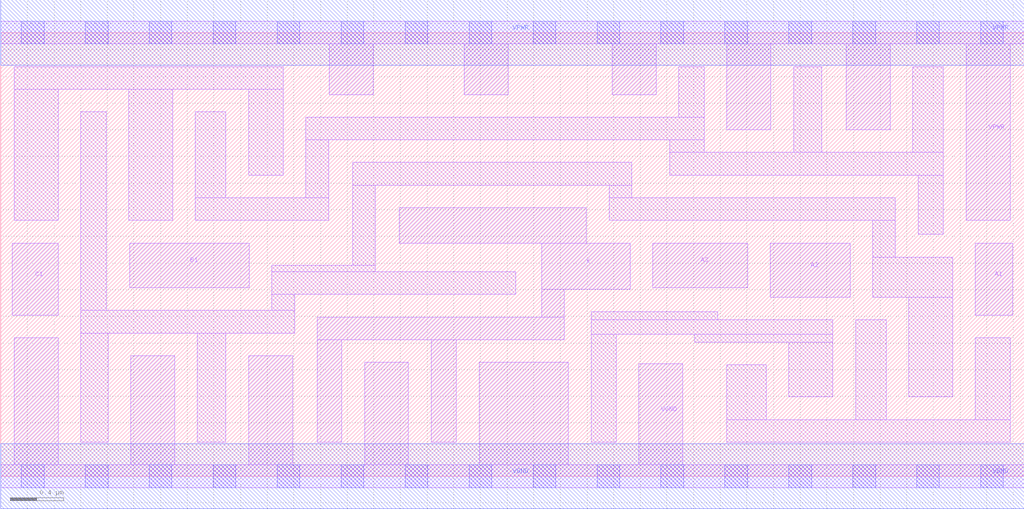
<source format=lef>
# Copyright 2020 The SkyWater PDK Authors
#
# Licensed under the Apache License, Version 2.0 (the "License");
# you may not use this file except in compliance with the License.
# You may obtain a copy of the License at
#
#     https://www.apache.org/licenses/LICENSE-2.0
#
# Unless required by applicable law or agreed to in writing, software
# distributed under the License is distributed on an "AS IS" BASIS,
# WITHOUT WARRANTIES OR CONDITIONS OF ANY KIND, either express or implied.
# See the License for the specific language governing permissions and
# limitations under the License.
#
# SPDX-License-Identifier: Apache-2.0

VERSION 5.7 ;
  NAMESCASESENSITIVE ON ;
  NOWIREEXTENSIONATPIN ON ;
  DIVIDERCHAR "/" ;
  BUSBITCHARS "[]" ;
UNITS
  DATABASE MICRONS 200 ;
END UNITS
MACRO sky130_fd_sc_lp__a311o_4
  CLASS CORE ;
  SOURCE USER ;
  FOREIGN sky130_fd_sc_lp__a311o_4 ;
  ORIGIN  0.000000  0.000000 ;
  SIZE  7.680000 BY  3.330000 ;
  SYMMETRY X Y R90 ;
  SITE unit ;
  PIN A1
    ANTENNAGATEAREA  0.630000 ;
    DIRECTION INPUT ;
    USE SIGNAL ;
    PORT
      LAYER li1 ;
        RECT 7.315000 1.210000 7.595000 1.750000 ;
    END
  END A1
  PIN A2
    ANTENNAGATEAREA  0.630000 ;
    DIRECTION INPUT ;
    USE SIGNAL ;
    PORT
      LAYER li1 ;
        RECT 5.775000 1.345000 6.375000 1.750000 ;
    END
  END A2
  PIN A3
    ANTENNAGATEAREA  0.630000 ;
    DIRECTION INPUT ;
    USE SIGNAL ;
    PORT
      LAYER li1 ;
        RECT 4.895000 1.415000 5.605000 1.750000 ;
    END
  END A3
  PIN B1
    ANTENNAGATEAREA  0.630000 ;
    DIRECTION INPUT ;
    USE SIGNAL ;
    PORT
      LAYER li1 ;
        RECT 0.970000 1.415000 1.865000 1.750000 ;
    END
  END B1
  PIN C1
    ANTENNAGATEAREA  0.630000 ;
    DIRECTION INPUT ;
    USE SIGNAL ;
    PORT
      LAYER li1 ;
        RECT 0.085000 1.210000 0.430000 1.750000 ;
    END
  END C1
  PIN X
    ANTENNADIFFAREA  1.430400 ;
    DIRECTION OUTPUT ;
    USE SIGNAL ;
    PORT
      LAYER li1 ;
        RECT 2.375000 0.255000 2.560000 1.025000 ;
        RECT 2.375000 1.025000 4.230000 1.195000 ;
        RECT 2.990000 1.750000 4.395000 2.015000 ;
        RECT 3.230000 0.255000 3.420000 1.025000 ;
        RECT 4.060000 1.195000 4.230000 1.405000 ;
        RECT 4.060000 1.405000 4.725000 1.750000 ;
    END
  END X
  PIN VGND
    DIRECTION INOUT ;
    USE GROUND ;
    PORT
      LAYER li1 ;
        RECT 0.000000 -0.085000 7.680000 0.085000 ;
        RECT 0.100000  0.085000 0.430000 1.040000 ;
        RECT 0.975000  0.085000 1.305000 0.905000 ;
        RECT 1.860000  0.085000 2.190000 0.905000 ;
        RECT 2.730000  0.085000 3.060000 0.855000 ;
        RECT 3.590000  0.085000 4.260000 0.855000 ;
        RECT 4.790000  0.085000 5.120000 0.845000 ;
      LAYER mcon ;
        RECT 0.155000 -0.085000 0.325000 0.085000 ;
        RECT 0.635000 -0.085000 0.805000 0.085000 ;
        RECT 1.115000 -0.085000 1.285000 0.085000 ;
        RECT 1.595000 -0.085000 1.765000 0.085000 ;
        RECT 2.075000 -0.085000 2.245000 0.085000 ;
        RECT 2.555000 -0.085000 2.725000 0.085000 ;
        RECT 3.035000 -0.085000 3.205000 0.085000 ;
        RECT 3.515000 -0.085000 3.685000 0.085000 ;
        RECT 3.995000 -0.085000 4.165000 0.085000 ;
        RECT 4.475000 -0.085000 4.645000 0.085000 ;
        RECT 4.955000 -0.085000 5.125000 0.085000 ;
        RECT 5.435000 -0.085000 5.605000 0.085000 ;
        RECT 5.915000 -0.085000 6.085000 0.085000 ;
        RECT 6.395000 -0.085000 6.565000 0.085000 ;
        RECT 6.875000 -0.085000 7.045000 0.085000 ;
        RECT 7.355000 -0.085000 7.525000 0.085000 ;
      LAYER met1 ;
        RECT 0.000000 -0.245000 7.680000 0.245000 ;
    END
  END VGND
  PIN VPWR
    DIRECTION INOUT ;
    USE POWER ;
    PORT
      LAYER li1 ;
        RECT 0.000000 3.245000 7.680000 3.415000 ;
        RECT 2.465000 2.865000 2.795000 3.245000 ;
        RECT 3.480000 2.865000 3.810000 3.245000 ;
        RECT 4.590000 2.865000 4.920000 3.245000 ;
        RECT 5.450000 2.600000 5.780000 3.245000 ;
        RECT 6.345000 2.600000 6.675000 3.245000 ;
        RECT 7.245000 1.920000 7.575000 3.245000 ;
      LAYER mcon ;
        RECT 0.155000 3.245000 0.325000 3.415000 ;
        RECT 0.635000 3.245000 0.805000 3.415000 ;
        RECT 1.115000 3.245000 1.285000 3.415000 ;
        RECT 1.595000 3.245000 1.765000 3.415000 ;
        RECT 2.075000 3.245000 2.245000 3.415000 ;
        RECT 2.555000 3.245000 2.725000 3.415000 ;
        RECT 3.035000 3.245000 3.205000 3.415000 ;
        RECT 3.515000 3.245000 3.685000 3.415000 ;
        RECT 3.995000 3.245000 4.165000 3.415000 ;
        RECT 4.475000 3.245000 4.645000 3.415000 ;
        RECT 4.955000 3.245000 5.125000 3.415000 ;
        RECT 5.435000 3.245000 5.605000 3.415000 ;
        RECT 5.915000 3.245000 6.085000 3.415000 ;
        RECT 6.395000 3.245000 6.565000 3.415000 ;
        RECT 6.875000 3.245000 7.045000 3.415000 ;
        RECT 7.355000 3.245000 7.525000 3.415000 ;
      LAYER met1 ;
        RECT 0.000000 3.085000 7.680000 3.575000 ;
    END
  END VPWR
  OBS
    LAYER li1 ;
      RECT 0.100000 1.920000 0.430000 2.905000 ;
      RECT 0.100000 2.905000 2.120000 3.075000 ;
      RECT 0.600000 0.255000 0.805000 1.075000 ;
      RECT 0.600000 1.075000 2.205000 1.245000 ;
      RECT 0.600000 1.245000 0.790000 2.735000 ;
      RECT 0.960000 1.920000 1.290000 2.905000 ;
      RECT 1.460000 1.920000 2.460000 2.090000 ;
      RECT 1.460000 2.090000 1.690000 2.735000 ;
      RECT 1.475000 0.255000 1.690000 1.075000 ;
      RECT 1.860000 2.260000 2.120000 2.905000 ;
      RECT 2.035000 1.245000 2.205000 1.365000 ;
      RECT 2.035000 1.365000 3.865000 1.535000 ;
      RECT 2.035000 1.535000 2.810000 1.585000 ;
      RECT 2.290000 2.090000 2.460000 2.525000 ;
      RECT 2.290000 2.525000 5.280000 2.695000 ;
      RECT 2.640000 1.585000 2.810000 2.185000 ;
      RECT 2.640000 2.185000 4.735000 2.355000 ;
      RECT 4.430000 0.255000 4.620000 1.065000 ;
      RECT 4.430000 1.065000 6.245000 1.175000 ;
      RECT 4.430000 1.175000 5.380000 1.235000 ;
      RECT 4.565000 1.920000 6.715000 2.090000 ;
      RECT 4.565000 2.090000 4.735000 2.185000 ;
      RECT 5.020000 2.260000 7.075000 2.430000 ;
      RECT 5.020000 2.430000 5.280000 2.525000 ;
      RECT 5.090000 2.695000 5.280000 3.075000 ;
      RECT 5.210000 1.005000 6.245000 1.065000 ;
      RECT 5.450000 0.255000 7.575000 0.425000 ;
      RECT 5.450000 0.425000 5.745000 0.835000 ;
      RECT 5.915000 0.595000 6.245000 1.005000 ;
      RECT 5.950000 2.430000 6.160000 3.075000 ;
      RECT 6.415000 0.425000 6.645000 1.175000 ;
      RECT 6.545000 1.345000 7.145000 1.645000 ;
      RECT 6.545000 1.645000 6.715000 1.920000 ;
      RECT 6.815000 0.595000 7.145000 1.345000 ;
      RECT 6.845000 2.430000 7.075000 3.075000 ;
      RECT 6.885000 1.815000 7.075000 2.260000 ;
      RECT 7.315000 0.425000 7.575000 1.040000 ;
  END
END sky130_fd_sc_lp__a311o_4

</source>
